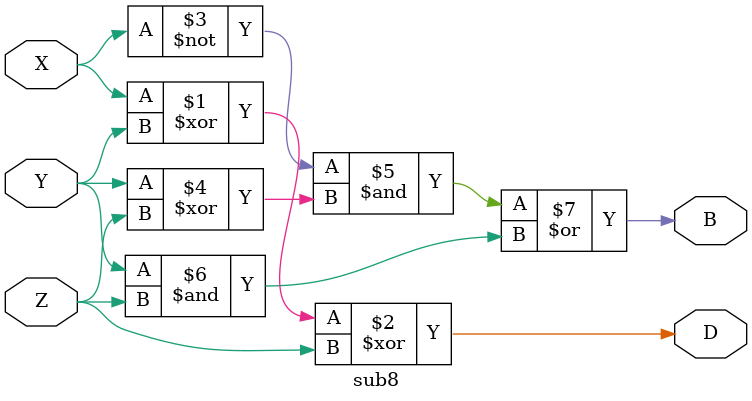
<source format=v>
module sub8 (output D, B, input X, Y, Z);
assign D = X ^ Y ^ Z;
assign B = ~X & (Y^Z) | Y & Z;
endmodule
</source>
